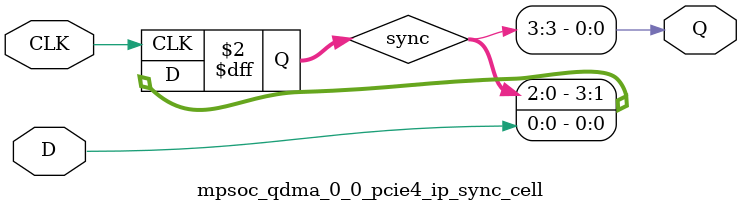
<source format=v>

`timescale 1ps / 1ps

(* DowngradeIPIdentifiedWarnings = "yes" *)
module mpsoc_qdma_0_0_pcie4_ip_sync_cell #
(
    parameter integer STAGE = 3
)
(
    //-------------------------------------------------------------------------- 
    //  Input Ports
    //-------------------------------------------------------------------------- 
    input                               CLK,
    input                               D,
    
    //-------------------------------------------------------------------------- 
    //  Output Ports
    //-------------------------------------------------------------------------- 
    output                              Q
);
    //-------------------------------------------------------------------------- 
    //  Synchronized Signals
    //--------------------------------------------------------------------------  
    (* ASYNC_REG = "TRUE", SHIFT_EXTRACT = "NO" *) reg [STAGE:0] sync;                                                            



//--------------------------------------------------------------------------------------------------
//  Synchronizier
//--------------------------------------------------------------------------------------------------
always @ (posedge CLK)
begin

    sync <= {sync[(STAGE-1):0], D};
            
end   



//--------------------------------------------------------------------------------------------------
//  Generate Output
//--------------------------------------------------------------------------------------------------
assign Q = sync[STAGE];



endmodule

</source>
